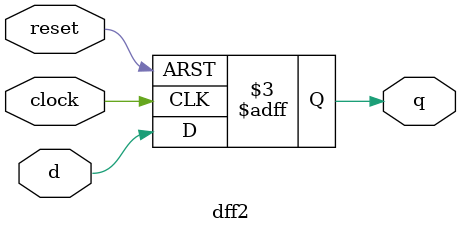
<source format=v>
module dff2(clock,reset,d,q);
input clock,reset,d;
output q;
reg q;
always @(posedge clock or negedge reset)
begin
if(!reset)
q<=0;
else
q<=d;
end
endmodule
</source>
